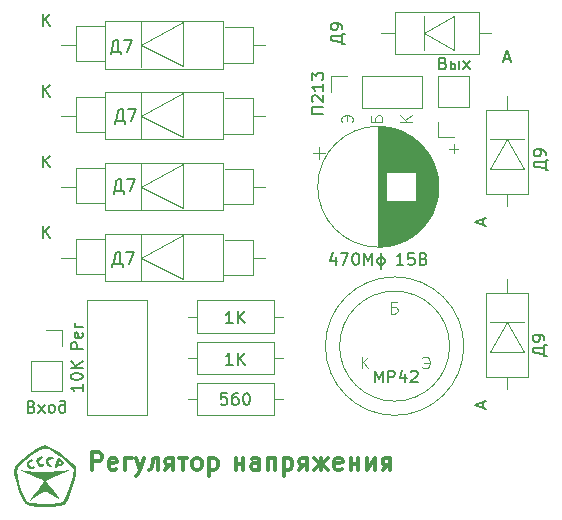
<source format=gbr>
%TF.GenerationSoftware,KiCad,Pcbnew,(7.0.0-0)*%
%TF.CreationDate,2024-03-05T17:03:47+03:00*%
%TF.ProjectId,germanium-power-src,6765726d-616e-4697-956d-2d706f776572,rev?*%
%TF.SameCoordinates,Original*%
%TF.FileFunction,Legend,Top*%
%TF.FilePolarity,Positive*%
%FSLAX46Y46*%
G04 Gerber Fmt 4.6, Leading zero omitted, Abs format (unit mm)*
G04 Created by KiCad (PCBNEW (7.0.0-0)) date 2024-03-05 17:03:47*
%MOMM*%
%LPD*%
G01*
G04 APERTURE LIST*
%ADD10C,0.300000*%
%ADD11C,0.150000*%
%ADD12C,0.100000*%
%ADD13C,0.120000*%
G04 APERTURE END LIST*
D10*
X113357142Y-119473571D02*
X113357142Y-117973571D01*
X113357142Y-117973571D02*
X113928571Y-117973571D01*
X113928571Y-117973571D02*
X114071428Y-118045000D01*
X114071428Y-118045000D02*
X114142857Y-118116428D01*
X114142857Y-118116428D02*
X114214285Y-118259285D01*
X114214285Y-118259285D02*
X114214285Y-118473571D01*
X114214285Y-118473571D02*
X114142857Y-118616428D01*
X114142857Y-118616428D02*
X114071428Y-118687857D01*
X114071428Y-118687857D02*
X113928571Y-118759285D01*
X113928571Y-118759285D02*
X113357142Y-118759285D01*
X115428571Y-119402142D02*
X115285714Y-119473571D01*
X115285714Y-119473571D02*
X115000000Y-119473571D01*
X115000000Y-119473571D02*
X114857142Y-119402142D01*
X114857142Y-119402142D02*
X114785714Y-119259285D01*
X114785714Y-119259285D02*
X114785714Y-118687857D01*
X114785714Y-118687857D02*
X114857142Y-118545000D01*
X114857142Y-118545000D02*
X115000000Y-118473571D01*
X115000000Y-118473571D02*
X115285714Y-118473571D01*
X115285714Y-118473571D02*
X115428571Y-118545000D01*
X115428571Y-118545000D02*
X115500000Y-118687857D01*
X115500000Y-118687857D02*
X115500000Y-118830714D01*
X115500000Y-118830714D02*
X114785714Y-118973571D01*
X116142856Y-119473571D02*
X116142856Y-118473571D01*
X116142856Y-118473571D02*
X116714285Y-118473571D01*
X117071428Y-118473571D02*
X117428571Y-119473571D01*
X117785714Y-118473571D02*
X117428571Y-119473571D01*
X117428571Y-119473571D02*
X117285714Y-119830714D01*
X117285714Y-119830714D02*
X117214285Y-119902142D01*
X117214285Y-119902142D02*
X117071428Y-119973571D01*
X118928571Y-119473571D02*
X118928571Y-118473571D01*
X118928571Y-118473571D02*
X118714285Y-118473571D01*
X118714285Y-118473571D02*
X118571428Y-118545000D01*
X118571428Y-118545000D02*
X118500000Y-118687857D01*
X118500000Y-118687857D02*
X118428571Y-119259285D01*
X118428571Y-119259285D02*
X118357142Y-119402142D01*
X118357142Y-119402142D02*
X118214285Y-119473571D01*
X119928571Y-119045000D02*
X119571428Y-119473571D01*
X120214285Y-119473571D02*
X120214285Y-118473571D01*
X120214285Y-118473571D02*
X119785714Y-118473571D01*
X119785714Y-118473571D02*
X119642856Y-118545000D01*
X119642856Y-118545000D02*
X119571428Y-118687857D01*
X119571428Y-118687857D02*
X119571428Y-118830714D01*
X119571428Y-118830714D02*
X119642856Y-118973571D01*
X119642856Y-118973571D02*
X119785714Y-119045000D01*
X119785714Y-119045000D02*
X120214285Y-119045000D01*
X120714285Y-118473571D02*
X121428570Y-118473571D01*
X121071428Y-118473571D02*
X121071428Y-119473571D01*
X122142856Y-119473571D02*
X121999999Y-119402142D01*
X121999999Y-119402142D02*
X121928570Y-119330714D01*
X121928570Y-119330714D02*
X121857142Y-119187857D01*
X121857142Y-119187857D02*
X121857142Y-118759285D01*
X121857142Y-118759285D02*
X121928570Y-118616428D01*
X121928570Y-118616428D02*
X121999999Y-118545000D01*
X121999999Y-118545000D02*
X122142856Y-118473571D01*
X122142856Y-118473571D02*
X122357142Y-118473571D01*
X122357142Y-118473571D02*
X122499999Y-118545000D01*
X122499999Y-118545000D02*
X122571428Y-118616428D01*
X122571428Y-118616428D02*
X122642856Y-118759285D01*
X122642856Y-118759285D02*
X122642856Y-119187857D01*
X122642856Y-119187857D02*
X122571428Y-119330714D01*
X122571428Y-119330714D02*
X122499999Y-119402142D01*
X122499999Y-119402142D02*
X122357142Y-119473571D01*
X122357142Y-119473571D02*
X122142856Y-119473571D01*
X123285713Y-118473571D02*
X123285713Y-119973571D01*
X123285713Y-118545000D02*
X123428571Y-118473571D01*
X123428571Y-118473571D02*
X123714285Y-118473571D01*
X123714285Y-118473571D02*
X123857142Y-118545000D01*
X123857142Y-118545000D02*
X123928571Y-118616428D01*
X123928571Y-118616428D02*
X123999999Y-118759285D01*
X123999999Y-118759285D02*
X123999999Y-119187857D01*
X123999999Y-119187857D02*
X123928571Y-119330714D01*
X123928571Y-119330714D02*
X123857142Y-119402142D01*
X123857142Y-119402142D02*
X123714285Y-119473571D01*
X123714285Y-119473571D02*
X123428571Y-119473571D01*
X123428571Y-119473571D02*
X123285713Y-119402142D01*
X125542856Y-118973571D02*
X126185714Y-118973571D01*
X125542856Y-118473571D02*
X125542856Y-119473571D01*
X126185714Y-118473571D02*
X126185714Y-119473571D01*
X127542857Y-119473571D02*
X127542857Y-118687857D01*
X127542857Y-118687857D02*
X127471428Y-118545000D01*
X127471428Y-118545000D02*
X127328571Y-118473571D01*
X127328571Y-118473571D02*
X127042857Y-118473571D01*
X127042857Y-118473571D02*
X126899999Y-118545000D01*
X127542857Y-119402142D02*
X127399999Y-119473571D01*
X127399999Y-119473571D02*
X127042857Y-119473571D01*
X127042857Y-119473571D02*
X126899999Y-119402142D01*
X126899999Y-119402142D02*
X126828571Y-119259285D01*
X126828571Y-119259285D02*
X126828571Y-119116428D01*
X126828571Y-119116428D02*
X126899999Y-118973571D01*
X126899999Y-118973571D02*
X127042857Y-118902142D01*
X127042857Y-118902142D02*
X127399999Y-118902142D01*
X127399999Y-118902142D02*
X127542857Y-118830714D01*
X128257142Y-119473571D02*
X128257142Y-118473571D01*
X128257142Y-118473571D02*
X128900000Y-118473571D01*
X128900000Y-118473571D02*
X128900000Y-119473571D01*
X129614285Y-118473571D02*
X129614285Y-119973571D01*
X129614285Y-118545000D02*
X129757143Y-118473571D01*
X129757143Y-118473571D02*
X130042857Y-118473571D01*
X130042857Y-118473571D02*
X130185714Y-118545000D01*
X130185714Y-118545000D02*
X130257143Y-118616428D01*
X130257143Y-118616428D02*
X130328571Y-118759285D01*
X130328571Y-118759285D02*
X130328571Y-119187857D01*
X130328571Y-119187857D02*
X130257143Y-119330714D01*
X130257143Y-119330714D02*
X130185714Y-119402142D01*
X130185714Y-119402142D02*
X130042857Y-119473571D01*
X130042857Y-119473571D02*
X129757143Y-119473571D01*
X129757143Y-119473571D02*
X129614285Y-119402142D01*
X131257143Y-119045000D02*
X130900000Y-119473571D01*
X131542857Y-119473571D02*
X131542857Y-118473571D01*
X131542857Y-118473571D02*
X131114286Y-118473571D01*
X131114286Y-118473571D02*
X130971428Y-118545000D01*
X130971428Y-118545000D02*
X130900000Y-118687857D01*
X130900000Y-118687857D02*
X130900000Y-118830714D01*
X130900000Y-118830714D02*
X130971428Y-118973571D01*
X130971428Y-118973571D02*
X131114286Y-119045000D01*
X131114286Y-119045000D02*
X131542857Y-119045000D01*
X132685714Y-118973571D02*
X132185714Y-119473571D01*
X132757142Y-119045000D02*
X132185714Y-118473571D01*
X132757142Y-118473571D02*
X132757142Y-119473571D01*
X133328571Y-119473571D02*
X132828571Y-118973571D01*
X133328571Y-118473571D02*
X132757142Y-119045000D01*
X134542857Y-119402142D02*
X134400000Y-119473571D01*
X134400000Y-119473571D02*
X134114286Y-119473571D01*
X134114286Y-119473571D02*
X133971428Y-119402142D01*
X133971428Y-119402142D02*
X133900000Y-119259285D01*
X133900000Y-119259285D02*
X133900000Y-118687857D01*
X133900000Y-118687857D02*
X133971428Y-118545000D01*
X133971428Y-118545000D02*
X134114286Y-118473571D01*
X134114286Y-118473571D02*
X134400000Y-118473571D01*
X134400000Y-118473571D02*
X134542857Y-118545000D01*
X134542857Y-118545000D02*
X134614286Y-118687857D01*
X134614286Y-118687857D02*
X134614286Y-118830714D01*
X134614286Y-118830714D02*
X133900000Y-118973571D01*
X135257142Y-118973571D02*
X135900000Y-118973571D01*
X135257142Y-118473571D02*
X135257142Y-119473571D01*
X135900000Y-118473571D02*
X135900000Y-119473571D01*
X136614285Y-118473571D02*
X136614285Y-119473571D01*
X136614285Y-119473571D02*
X137328571Y-118473571D01*
X137328571Y-118473571D02*
X137328571Y-119473571D01*
X138328571Y-119045000D02*
X137971428Y-119473571D01*
X138614285Y-119473571D02*
X138614285Y-118473571D01*
X138614285Y-118473571D02*
X138185714Y-118473571D01*
X138185714Y-118473571D02*
X138042856Y-118545000D01*
X138042856Y-118545000D02*
X137971428Y-118687857D01*
X137971428Y-118687857D02*
X137971428Y-118830714D01*
X137971428Y-118830714D02*
X138042856Y-118973571D01*
X138042856Y-118973571D02*
X138185714Y-119045000D01*
X138185714Y-119045000D02*
X138614285Y-119045000D01*
D11*
%TO.C,RV1*%
X112567380Y-112236190D02*
X112567380Y-112807618D01*
X112567380Y-112521904D02*
X111567380Y-112521904D01*
X111567380Y-112521904D02*
X111710238Y-112617142D01*
X111710238Y-112617142D02*
X111805476Y-112712380D01*
X111805476Y-112712380D02*
X111853095Y-112807618D01*
X111567380Y-111617142D02*
X111567380Y-111521904D01*
X111567380Y-111521904D02*
X111615000Y-111426666D01*
X111615000Y-111426666D02*
X111662619Y-111379047D01*
X111662619Y-111379047D02*
X111757857Y-111331428D01*
X111757857Y-111331428D02*
X111948333Y-111283809D01*
X111948333Y-111283809D02*
X112186428Y-111283809D01*
X112186428Y-111283809D02*
X112376904Y-111331428D01*
X112376904Y-111331428D02*
X112472142Y-111379047D01*
X112472142Y-111379047D02*
X112519761Y-111426666D01*
X112519761Y-111426666D02*
X112567380Y-111521904D01*
X112567380Y-111521904D02*
X112567380Y-111617142D01*
X112567380Y-111617142D02*
X112519761Y-111712380D01*
X112519761Y-111712380D02*
X112472142Y-111759999D01*
X112472142Y-111759999D02*
X112376904Y-111807618D01*
X112376904Y-111807618D02*
X112186428Y-111855237D01*
X112186428Y-111855237D02*
X111948333Y-111855237D01*
X111948333Y-111855237D02*
X111757857Y-111807618D01*
X111757857Y-111807618D02*
X111662619Y-111759999D01*
X111662619Y-111759999D02*
X111615000Y-111712380D01*
X111615000Y-111712380D02*
X111567380Y-111617142D01*
X112567380Y-110855237D02*
X111567380Y-110855237D01*
X112567380Y-110283809D02*
X111995952Y-110712380D01*
X111567380Y-110283809D02*
X112138809Y-110855237D01*
X112567380Y-109255237D02*
X111567380Y-109255237D01*
X111567380Y-109255237D02*
X111567380Y-108874285D01*
X111567380Y-108874285D02*
X111615000Y-108779047D01*
X111615000Y-108779047D02*
X111662619Y-108731428D01*
X111662619Y-108731428D02*
X111757857Y-108683809D01*
X111757857Y-108683809D02*
X111900714Y-108683809D01*
X111900714Y-108683809D02*
X111995952Y-108731428D01*
X111995952Y-108731428D02*
X112043571Y-108779047D01*
X112043571Y-108779047D02*
X112091190Y-108874285D01*
X112091190Y-108874285D02*
X112091190Y-109255237D01*
X112519761Y-107874285D02*
X112567380Y-107969523D01*
X112567380Y-107969523D02*
X112567380Y-108159999D01*
X112567380Y-108159999D02*
X112519761Y-108255237D01*
X112519761Y-108255237D02*
X112424523Y-108302856D01*
X112424523Y-108302856D02*
X112043571Y-108302856D01*
X112043571Y-108302856D02*
X111948333Y-108255237D01*
X111948333Y-108255237D02*
X111900714Y-108159999D01*
X111900714Y-108159999D02*
X111900714Y-107969523D01*
X111900714Y-107969523D02*
X111948333Y-107874285D01*
X111948333Y-107874285D02*
X112043571Y-107826666D01*
X112043571Y-107826666D02*
X112138809Y-107826666D01*
X112138809Y-107826666D02*
X112234047Y-108302856D01*
X112567380Y-107398094D02*
X111900714Y-107398094D01*
X111900714Y-107398094D02*
X111900714Y-107017142D01*
%TO.C,D3*%
X115802381Y-84305476D02*
X115802381Y-84067380D01*
X115802381Y-84067380D02*
X114945238Y-84067380D01*
X114945238Y-84067380D02*
X114945238Y-84305476D01*
X115611904Y-84067380D02*
X115611904Y-83067380D01*
X115611904Y-83067380D02*
X115373809Y-83067380D01*
X115373809Y-83067380D02*
X115278571Y-83115000D01*
X115278571Y-83115000D02*
X115230952Y-83162619D01*
X115230952Y-83162619D02*
X115183333Y-83257857D01*
X115183333Y-83257857D02*
X115088095Y-84067380D01*
X116088095Y-83067380D02*
X116754761Y-83067380D01*
X116754761Y-83067380D02*
X116326190Y-84067380D01*
X109238095Y-81867380D02*
X109238095Y-80867380D01*
X109809523Y-81867380D02*
X109380952Y-81295952D01*
X109809523Y-80867380D02*
X109238095Y-81438809D01*
%TO.C,D4*%
X116152381Y-90205476D02*
X116152381Y-89967380D01*
X116152381Y-89967380D02*
X115295238Y-89967380D01*
X115295238Y-89967380D02*
X115295238Y-90205476D01*
X115961904Y-89967380D02*
X115961904Y-88967380D01*
X115961904Y-88967380D02*
X115723809Y-88967380D01*
X115723809Y-88967380D02*
X115628571Y-89015000D01*
X115628571Y-89015000D02*
X115580952Y-89062619D01*
X115580952Y-89062619D02*
X115533333Y-89157857D01*
X115533333Y-89157857D02*
X115438095Y-89967380D01*
X116438095Y-88967380D02*
X117104761Y-88967380D01*
X117104761Y-88967380D02*
X116676190Y-89967380D01*
X109238095Y-87867380D02*
X109238095Y-86867380D01*
X109809523Y-87867380D02*
X109380952Y-87295952D01*
X109809523Y-86867380D02*
X109238095Y-87438809D01*
%TO.C,R3*%
X125285714Y-107067380D02*
X124714286Y-107067380D01*
X125000000Y-107067380D02*
X125000000Y-106067380D01*
X125000000Y-106067380D02*
X124904762Y-106210238D01*
X124904762Y-106210238D02*
X124809524Y-106305476D01*
X124809524Y-106305476D02*
X124714286Y-106353095D01*
X125714286Y-107067380D02*
X125714286Y-106067380D01*
X126285714Y-107067380D02*
X125857143Y-106495952D01*
X126285714Y-106067380D02*
X125714286Y-106638809D01*
%TO.C,D1*%
X151905476Y-108947619D02*
X151667380Y-108947619D01*
X151667380Y-108947619D02*
X151667380Y-109804761D01*
X151667380Y-109804761D02*
X151905476Y-109804761D01*
X151667380Y-109138095D02*
X150667380Y-109138095D01*
X150667380Y-109138095D02*
X150667380Y-109376190D01*
X150667380Y-109376190D02*
X150715000Y-109471428D01*
X150715000Y-109471428D02*
X150762619Y-109519047D01*
X150762619Y-109519047D02*
X150857857Y-109566666D01*
X150857857Y-109566666D02*
X151667380Y-109661904D01*
X151667380Y-108519047D02*
X151667380Y-108328571D01*
X151667380Y-108328571D02*
X151619761Y-108233333D01*
X151619761Y-108233333D02*
X151572142Y-108185714D01*
X151572142Y-108185714D02*
X151429285Y-108090476D01*
X151429285Y-108090476D02*
X151238809Y-108042857D01*
X151238809Y-108042857D02*
X150857857Y-108042857D01*
X150857857Y-108042857D02*
X150762619Y-108090476D01*
X150762619Y-108090476D02*
X150715000Y-108138095D01*
X150715000Y-108138095D02*
X150667380Y-108233333D01*
X150667380Y-108233333D02*
X150667380Y-108423809D01*
X150667380Y-108423809D02*
X150715000Y-108519047D01*
X150715000Y-108519047D02*
X150762619Y-108566666D01*
X150762619Y-108566666D02*
X150857857Y-108614285D01*
X150857857Y-108614285D02*
X151095952Y-108614285D01*
X151095952Y-108614285D02*
X151191190Y-108566666D01*
X151191190Y-108566666D02*
X151238809Y-108519047D01*
X151238809Y-108519047D02*
X151286428Y-108423809D01*
X151286428Y-108423809D02*
X151286428Y-108233333D01*
X151286428Y-108233333D02*
X151238809Y-108138095D01*
X151238809Y-108138095D02*
X151191190Y-108090476D01*
X151191190Y-108090476D02*
X151095952Y-108042857D01*
X146481666Y-114238094D02*
X146481666Y-113761904D01*
X146767380Y-114333332D02*
X145767380Y-113999999D01*
X145767380Y-113999999D02*
X146767380Y-113666666D01*
%TO.C,J1*%
X108261904Y-114113571D02*
X108404761Y-114161190D01*
X108404761Y-114161190D02*
X108452380Y-114208809D01*
X108452380Y-114208809D02*
X108499999Y-114304047D01*
X108499999Y-114304047D02*
X108499999Y-114446904D01*
X108499999Y-114446904D02*
X108452380Y-114542142D01*
X108452380Y-114542142D02*
X108404761Y-114589761D01*
X108404761Y-114589761D02*
X108309523Y-114637380D01*
X108309523Y-114637380D02*
X107928571Y-114637380D01*
X107928571Y-114637380D02*
X107928571Y-113637380D01*
X107928571Y-113637380D02*
X108261904Y-113637380D01*
X108261904Y-113637380D02*
X108357142Y-113685000D01*
X108357142Y-113685000D02*
X108404761Y-113732619D01*
X108404761Y-113732619D02*
X108452380Y-113827857D01*
X108452380Y-113827857D02*
X108452380Y-113923095D01*
X108452380Y-113923095D02*
X108404761Y-114018333D01*
X108404761Y-114018333D02*
X108357142Y-114065952D01*
X108357142Y-114065952D02*
X108261904Y-114113571D01*
X108261904Y-114113571D02*
X107928571Y-114113571D01*
X108833333Y-114637380D02*
X109357142Y-113970714D01*
X108833333Y-113970714D02*
X109357142Y-114637380D01*
X109880952Y-114637380D02*
X109785714Y-114589761D01*
X109785714Y-114589761D02*
X109738095Y-114542142D01*
X109738095Y-114542142D02*
X109690476Y-114446904D01*
X109690476Y-114446904D02*
X109690476Y-114161190D01*
X109690476Y-114161190D02*
X109738095Y-114065952D01*
X109738095Y-114065952D02*
X109785714Y-114018333D01*
X109785714Y-114018333D02*
X109880952Y-113970714D01*
X109880952Y-113970714D02*
X110023809Y-113970714D01*
X110023809Y-113970714D02*
X110119047Y-114018333D01*
X110119047Y-114018333D02*
X110166666Y-114065952D01*
X110166666Y-114065952D02*
X110214285Y-114161190D01*
X110214285Y-114161190D02*
X110214285Y-114446904D01*
X110214285Y-114446904D02*
X110166666Y-114542142D01*
X110166666Y-114542142D02*
X110119047Y-114589761D01*
X110119047Y-114589761D02*
X110023809Y-114637380D01*
X110023809Y-114637380D02*
X109880952Y-114637380D01*
X111119047Y-114065952D02*
X111071428Y-114018333D01*
X111071428Y-114018333D02*
X110976190Y-113970714D01*
X110976190Y-113970714D02*
X110785714Y-113970714D01*
X110785714Y-113970714D02*
X110690476Y-114018333D01*
X110690476Y-114018333D02*
X110642857Y-114065952D01*
X110642857Y-114065952D02*
X110595238Y-114161190D01*
X110595238Y-114161190D02*
X110595238Y-114446904D01*
X110595238Y-114446904D02*
X110642857Y-114542142D01*
X110642857Y-114542142D02*
X110690476Y-114589761D01*
X110690476Y-114589761D02*
X110785714Y-114637380D01*
X110785714Y-114637380D02*
X110928571Y-114637380D01*
X110928571Y-114637380D02*
X111023809Y-114589761D01*
X111023809Y-114589761D02*
X111071428Y-114542142D01*
X111071428Y-114542142D02*
X111119047Y-114446904D01*
X111119047Y-114446904D02*
X111119047Y-113827857D01*
X111119047Y-113827857D02*
X111071428Y-113732619D01*
X111071428Y-113732619D02*
X111023809Y-113685000D01*
X111023809Y-113685000D02*
X110928571Y-113637380D01*
X110928571Y-113637380D02*
X110738095Y-113637380D01*
X110738095Y-113637380D02*
X110642857Y-113685000D01*
%TO.C,D6*%
X115952381Y-102305476D02*
X115952381Y-102067380D01*
X115952381Y-102067380D02*
X115095238Y-102067380D01*
X115095238Y-102067380D02*
X115095238Y-102305476D01*
X115761904Y-102067380D02*
X115761904Y-101067380D01*
X115761904Y-101067380D02*
X115523809Y-101067380D01*
X115523809Y-101067380D02*
X115428571Y-101115000D01*
X115428571Y-101115000D02*
X115380952Y-101162619D01*
X115380952Y-101162619D02*
X115333333Y-101257857D01*
X115333333Y-101257857D02*
X115238095Y-102067380D01*
X116238095Y-101067380D02*
X116904761Y-101067380D01*
X116904761Y-101067380D02*
X116476190Y-102067380D01*
X109238095Y-99867380D02*
X109238095Y-98867380D01*
X109809523Y-99867380D02*
X109380952Y-99295952D01*
X109809523Y-98867380D02*
X109238095Y-99438809D01*
%TO.C,R1*%
X124785714Y-112967380D02*
X124309524Y-112967380D01*
X124309524Y-112967380D02*
X124261905Y-113443571D01*
X124261905Y-113443571D02*
X124309524Y-113395952D01*
X124309524Y-113395952D02*
X124404762Y-113348333D01*
X124404762Y-113348333D02*
X124642857Y-113348333D01*
X124642857Y-113348333D02*
X124738095Y-113395952D01*
X124738095Y-113395952D02*
X124785714Y-113443571D01*
X124785714Y-113443571D02*
X124833333Y-113538809D01*
X124833333Y-113538809D02*
X124833333Y-113776904D01*
X124833333Y-113776904D02*
X124785714Y-113872142D01*
X124785714Y-113872142D02*
X124738095Y-113919761D01*
X124738095Y-113919761D02*
X124642857Y-113967380D01*
X124642857Y-113967380D02*
X124404762Y-113967380D01*
X124404762Y-113967380D02*
X124309524Y-113919761D01*
X124309524Y-113919761D02*
X124261905Y-113872142D01*
X125690476Y-112967380D02*
X125500000Y-112967380D01*
X125500000Y-112967380D02*
X125404762Y-113015000D01*
X125404762Y-113015000D02*
X125357143Y-113062619D01*
X125357143Y-113062619D02*
X125261905Y-113205476D01*
X125261905Y-113205476D02*
X125214286Y-113395952D01*
X125214286Y-113395952D02*
X125214286Y-113776904D01*
X125214286Y-113776904D02*
X125261905Y-113872142D01*
X125261905Y-113872142D02*
X125309524Y-113919761D01*
X125309524Y-113919761D02*
X125404762Y-113967380D01*
X125404762Y-113967380D02*
X125595238Y-113967380D01*
X125595238Y-113967380D02*
X125690476Y-113919761D01*
X125690476Y-113919761D02*
X125738095Y-113872142D01*
X125738095Y-113872142D02*
X125785714Y-113776904D01*
X125785714Y-113776904D02*
X125785714Y-113538809D01*
X125785714Y-113538809D02*
X125738095Y-113443571D01*
X125738095Y-113443571D02*
X125690476Y-113395952D01*
X125690476Y-113395952D02*
X125595238Y-113348333D01*
X125595238Y-113348333D02*
X125404762Y-113348333D01*
X125404762Y-113348333D02*
X125309524Y-113395952D01*
X125309524Y-113395952D02*
X125261905Y-113443571D01*
X125261905Y-113443571D02*
X125214286Y-113538809D01*
X126404762Y-112967380D02*
X126500000Y-112967380D01*
X126500000Y-112967380D02*
X126595238Y-113015000D01*
X126595238Y-113015000D02*
X126642857Y-113062619D01*
X126642857Y-113062619D02*
X126690476Y-113157857D01*
X126690476Y-113157857D02*
X126738095Y-113348333D01*
X126738095Y-113348333D02*
X126738095Y-113586428D01*
X126738095Y-113586428D02*
X126690476Y-113776904D01*
X126690476Y-113776904D02*
X126642857Y-113872142D01*
X126642857Y-113872142D02*
X126595238Y-113919761D01*
X126595238Y-113919761D02*
X126500000Y-113967380D01*
X126500000Y-113967380D02*
X126404762Y-113967380D01*
X126404762Y-113967380D02*
X126309524Y-113919761D01*
X126309524Y-113919761D02*
X126261905Y-113872142D01*
X126261905Y-113872142D02*
X126214286Y-113776904D01*
X126214286Y-113776904D02*
X126166667Y-113586428D01*
X126166667Y-113586428D02*
X126166667Y-113348333D01*
X126166667Y-113348333D02*
X126214286Y-113157857D01*
X126214286Y-113157857D02*
X126261905Y-113062619D01*
X126261905Y-113062619D02*
X126309524Y-113015000D01*
X126309524Y-113015000D02*
X126404762Y-112967380D01*
%TO.C,R2*%
X125285714Y-110567380D02*
X124714286Y-110567380D01*
X125000000Y-110567380D02*
X125000000Y-109567380D01*
X125000000Y-109567380D02*
X124904762Y-109710238D01*
X124904762Y-109710238D02*
X124809524Y-109805476D01*
X124809524Y-109805476D02*
X124714286Y-109853095D01*
X125714286Y-110567380D02*
X125714286Y-109567380D01*
X126285714Y-110567380D02*
X125857143Y-109995952D01*
X126285714Y-109567380D02*
X125714286Y-110138809D01*
%TO.C,D2*%
X134805476Y-82547619D02*
X134567380Y-82547619D01*
X134567380Y-82547619D02*
X134567380Y-83404761D01*
X134567380Y-83404761D02*
X134805476Y-83404761D01*
X134567380Y-82738095D02*
X133567380Y-82738095D01*
X133567380Y-82738095D02*
X133567380Y-82976190D01*
X133567380Y-82976190D02*
X133615000Y-83071428D01*
X133615000Y-83071428D02*
X133662619Y-83119047D01*
X133662619Y-83119047D02*
X133757857Y-83166666D01*
X133757857Y-83166666D02*
X134567380Y-83261904D01*
X134567380Y-82119047D02*
X134567380Y-81928571D01*
X134567380Y-81928571D02*
X134519761Y-81833333D01*
X134519761Y-81833333D02*
X134472142Y-81785714D01*
X134472142Y-81785714D02*
X134329285Y-81690476D01*
X134329285Y-81690476D02*
X134138809Y-81642857D01*
X134138809Y-81642857D02*
X133757857Y-81642857D01*
X133757857Y-81642857D02*
X133662619Y-81690476D01*
X133662619Y-81690476D02*
X133615000Y-81738095D01*
X133615000Y-81738095D02*
X133567380Y-81833333D01*
X133567380Y-81833333D02*
X133567380Y-82023809D01*
X133567380Y-82023809D02*
X133615000Y-82119047D01*
X133615000Y-82119047D02*
X133662619Y-82166666D01*
X133662619Y-82166666D02*
X133757857Y-82214285D01*
X133757857Y-82214285D02*
X133995952Y-82214285D01*
X133995952Y-82214285D02*
X134091190Y-82166666D01*
X134091190Y-82166666D02*
X134138809Y-82119047D01*
X134138809Y-82119047D02*
X134186428Y-82023809D01*
X134186428Y-82023809D02*
X134186428Y-81833333D01*
X134186428Y-81833333D02*
X134138809Y-81738095D01*
X134138809Y-81738095D02*
X134091190Y-81690476D01*
X134091190Y-81690476D02*
X133995952Y-81642857D01*
X148261905Y-84681666D02*
X148738095Y-84681666D01*
X148166667Y-84967380D02*
X148500000Y-83967380D01*
X148500000Y-83967380D02*
X148833333Y-84967380D01*
%TO.C,J2*%
X132967380Y-89314285D02*
X131967380Y-89314285D01*
X131967380Y-89314285D02*
X131967380Y-88742857D01*
X131967380Y-88742857D02*
X132967380Y-88742857D01*
X132062619Y-88314285D02*
X132015000Y-88266666D01*
X132015000Y-88266666D02*
X131967380Y-88171428D01*
X131967380Y-88171428D02*
X131967380Y-87933333D01*
X131967380Y-87933333D02*
X132015000Y-87838095D01*
X132015000Y-87838095D02*
X132062619Y-87790476D01*
X132062619Y-87790476D02*
X132157857Y-87742857D01*
X132157857Y-87742857D02*
X132253095Y-87742857D01*
X132253095Y-87742857D02*
X132395952Y-87790476D01*
X132395952Y-87790476D02*
X132967380Y-88361904D01*
X132967380Y-88361904D02*
X132967380Y-87742857D01*
X132967380Y-86790476D02*
X132967380Y-87361904D01*
X132967380Y-87076190D02*
X131967380Y-87076190D01*
X131967380Y-87076190D02*
X132110238Y-87171428D01*
X132110238Y-87171428D02*
X132205476Y-87266666D01*
X132205476Y-87266666D02*
X132253095Y-87361904D01*
X131967380Y-86457142D02*
X131967380Y-85838095D01*
X131967380Y-85838095D02*
X132348333Y-86171428D01*
X132348333Y-86171428D02*
X132348333Y-86028571D01*
X132348333Y-86028571D02*
X132395952Y-85933333D01*
X132395952Y-85933333D02*
X132443571Y-85885714D01*
X132443571Y-85885714D02*
X132538809Y-85838095D01*
X132538809Y-85838095D02*
X132776904Y-85838095D01*
X132776904Y-85838095D02*
X132872142Y-85885714D01*
X132872142Y-85885714D02*
X132919761Y-85933333D01*
X132919761Y-85933333D02*
X132967380Y-86028571D01*
X132967380Y-86028571D02*
X132967380Y-86314285D01*
X132967380Y-86314285D02*
X132919761Y-86409523D01*
X132919761Y-86409523D02*
X132872142Y-86457142D01*
D12*
X136952380Y-89535714D02*
X136952380Y-90011904D01*
X136952380Y-90011904D02*
X137952380Y-90011904D01*
X137952380Y-90011904D02*
X137952380Y-89726190D01*
X137952380Y-89726190D02*
X137904761Y-89583333D01*
X137904761Y-89583333D02*
X137809523Y-89488095D01*
X137809523Y-89488095D02*
X137714285Y-89440476D01*
X137714285Y-89440476D02*
X137571428Y-89440476D01*
X137571428Y-89440476D02*
X137476190Y-89488095D01*
X137476190Y-89488095D02*
X137380952Y-89583333D01*
X137380952Y-89583333D02*
X137333333Y-89726190D01*
X137333333Y-89726190D02*
X137333333Y-90011904D01*
X140452380Y-90011904D02*
X139452380Y-90011904D01*
X140452380Y-89440476D02*
X139880952Y-89869047D01*
X139452380Y-89440476D02*
X140023809Y-90011904D01*
X134976190Y-89440476D02*
X134976190Y-89916666D01*
X134547619Y-90059523D02*
X134500000Y-90011904D01*
X134500000Y-90011904D02*
X134452380Y-89869047D01*
X134452380Y-89869047D02*
X134452380Y-89773809D01*
X134452380Y-89773809D02*
X134500000Y-89630952D01*
X134500000Y-89630952D02*
X134595238Y-89535714D01*
X134595238Y-89535714D02*
X134690476Y-89488095D01*
X134690476Y-89488095D02*
X134880952Y-89440476D01*
X134880952Y-89440476D02*
X135023809Y-89440476D01*
X135023809Y-89440476D02*
X135214285Y-89488095D01*
X135214285Y-89488095D02*
X135309523Y-89535714D01*
X135309523Y-89535714D02*
X135404761Y-89630952D01*
X135404761Y-89630952D02*
X135452380Y-89773809D01*
X135452380Y-89773809D02*
X135452380Y-89869047D01*
X135452380Y-89869047D02*
X135404761Y-90011904D01*
X135404761Y-90011904D02*
X135357142Y-90059523D01*
D11*
%TO.C,J3*%
X143095238Y-85043571D02*
X143238095Y-85091190D01*
X143238095Y-85091190D02*
X143285714Y-85138809D01*
X143285714Y-85138809D02*
X143333333Y-85234047D01*
X143333333Y-85234047D02*
X143333333Y-85376904D01*
X143333333Y-85376904D02*
X143285714Y-85472142D01*
X143285714Y-85472142D02*
X143238095Y-85519761D01*
X143238095Y-85519761D02*
X143142857Y-85567380D01*
X143142857Y-85567380D02*
X142761905Y-85567380D01*
X142761905Y-85567380D02*
X142761905Y-84567380D01*
X142761905Y-84567380D02*
X143095238Y-84567380D01*
X143095238Y-84567380D02*
X143190476Y-84615000D01*
X143190476Y-84615000D02*
X143238095Y-84662619D01*
X143238095Y-84662619D02*
X143285714Y-84757857D01*
X143285714Y-84757857D02*
X143285714Y-84853095D01*
X143285714Y-84853095D02*
X143238095Y-84948333D01*
X143238095Y-84948333D02*
X143190476Y-84995952D01*
X143190476Y-84995952D02*
X143095238Y-85043571D01*
X143095238Y-85043571D02*
X142761905Y-85043571D01*
X144428571Y-84900714D02*
X144428571Y-85567380D01*
X143761905Y-84900714D02*
X143761905Y-85567380D01*
X143761905Y-85567380D02*
X144000000Y-85567380D01*
X144000000Y-85567380D02*
X144095238Y-85519761D01*
X144095238Y-85519761D02*
X144142857Y-85424523D01*
X144142857Y-85424523D02*
X144142857Y-85281666D01*
X144142857Y-85281666D02*
X144095238Y-85186428D01*
X144095238Y-85186428D02*
X144000000Y-85138809D01*
X144000000Y-85138809D02*
X143761905Y-85138809D01*
X144809524Y-85567380D02*
X145333333Y-84900714D01*
X144809524Y-84900714D02*
X145333333Y-85567380D01*
D12*
X144361904Y-92298571D02*
X143600000Y-92298571D01*
X143980952Y-91917619D02*
X143980952Y-92679523D01*
D11*
%TO.C,D7*%
X152005476Y-93247619D02*
X151767380Y-93247619D01*
X151767380Y-93247619D02*
X151767380Y-94104761D01*
X151767380Y-94104761D02*
X152005476Y-94104761D01*
X151767380Y-93438095D02*
X150767380Y-93438095D01*
X150767380Y-93438095D02*
X150767380Y-93676190D01*
X150767380Y-93676190D02*
X150815000Y-93771428D01*
X150815000Y-93771428D02*
X150862619Y-93819047D01*
X150862619Y-93819047D02*
X150957857Y-93866666D01*
X150957857Y-93866666D02*
X151767380Y-93961904D01*
X151767380Y-92819047D02*
X151767380Y-92628571D01*
X151767380Y-92628571D02*
X151719761Y-92533333D01*
X151719761Y-92533333D02*
X151672142Y-92485714D01*
X151672142Y-92485714D02*
X151529285Y-92390476D01*
X151529285Y-92390476D02*
X151338809Y-92342857D01*
X151338809Y-92342857D02*
X150957857Y-92342857D01*
X150957857Y-92342857D02*
X150862619Y-92390476D01*
X150862619Y-92390476D02*
X150815000Y-92438095D01*
X150815000Y-92438095D02*
X150767380Y-92533333D01*
X150767380Y-92533333D02*
X150767380Y-92723809D01*
X150767380Y-92723809D02*
X150815000Y-92819047D01*
X150815000Y-92819047D02*
X150862619Y-92866666D01*
X150862619Y-92866666D02*
X150957857Y-92914285D01*
X150957857Y-92914285D02*
X151195952Y-92914285D01*
X151195952Y-92914285D02*
X151291190Y-92866666D01*
X151291190Y-92866666D02*
X151338809Y-92819047D01*
X151338809Y-92819047D02*
X151386428Y-92723809D01*
X151386428Y-92723809D02*
X151386428Y-92533333D01*
X151386428Y-92533333D02*
X151338809Y-92438095D01*
X151338809Y-92438095D02*
X151291190Y-92390476D01*
X151291190Y-92390476D02*
X151195952Y-92342857D01*
X146481666Y-98738094D02*
X146481666Y-98261904D01*
X146767380Y-98833332D02*
X145767380Y-98499999D01*
X145767380Y-98499999D02*
X146767380Y-98166666D01*
%TO.C,D5*%
X116052381Y-96105476D02*
X116052381Y-95867380D01*
X116052381Y-95867380D02*
X115195238Y-95867380D01*
X115195238Y-95867380D02*
X115195238Y-96105476D01*
X115861904Y-95867380D02*
X115861904Y-94867380D01*
X115861904Y-94867380D02*
X115623809Y-94867380D01*
X115623809Y-94867380D02*
X115528571Y-94915000D01*
X115528571Y-94915000D02*
X115480952Y-94962619D01*
X115480952Y-94962619D02*
X115433333Y-95057857D01*
X115433333Y-95057857D02*
X115338095Y-95867380D01*
X116338095Y-94867380D02*
X117004761Y-94867380D01*
X117004761Y-94867380D02*
X116576190Y-95867380D01*
X109238095Y-93867380D02*
X109238095Y-92867380D01*
X109809523Y-93867380D02*
X109380952Y-93295952D01*
X109809523Y-92867380D02*
X109238095Y-93438809D01*
%TO.C,C1*%
X133990476Y-101450714D02*
X133990476Y-102117380D01*
X133752381Y-101069761D02*
X133514286Y-101784047D01*
X133514286Y-101784047D02*
X134133333Y-101784047D01*
X134419048Y-101117380D02*
X135085714Y-101117380D01*
X135085714Y-101117380D02*
X134657143Y-102117380D01*
X135657143Y-101117380D02*
X135752381Y-101117380D01*
X135752381Y-101117380D02*
X135847619Y-101165000D01*
X135847619Y-101165000D02*
X135895238Y-101212619D01*
X135895238Y-101212619D02*
X135942857Y-101307857D01*
X135942857Y-101307857D02*
X135990476Y-101498333D01*
X135990476Y-101498333D02*
X135990476Y-101736428D01*
X135990476Y-101736428D02*
X135942857Y-101926904D01*
X135942857Y-101926904D02*
X135895238Y-102022142D01*
X135895238Y-102022142D02*
X135847619Y-102069761D01*
X135847619Y-102069761D02*
X135752381Y-102117380D01*
X135752381Y-102117380D02*
X135657143Y-102117380D01*
X135657143Y-102117380D02*
X135561905Y-102069761D01*
X135561905Y-102069761D02*
X135514286Y-102022142D01*
X135514286Y-102022142D02*
X135466667Y-101926904D01*
X135466667Y-101926904D02*
X135419048Y-101736428D01*
X135419048Y-101736428D02*
X135419048Y-101498333D01*
X135419048Y-101498333D02*
X135466667Y-101307857D01*
X135466667Y-101307857D02*
X135514286Y-101212619D01*
X135514286Y-101212619D02*
X135561905Y-101165000D01*
X135561905Y-101165000D02*
X135657143Y-101117380D01*
X136419048Y-102117380D02*
X136419048Y-101117380D01*
X136419048Y-101117380D02*
X136752381Y-101831666D01*
X136752381Y-101831666D02*
X137085714Y-101117380D01*
X137085714Y-101117380D02*
X137085714Y-102117380D01*
X137847619Y-101117380D02*
X137847619Y-102450714D01*
X137752381Y-101450714D02*
X137942857Y-101450714D01*
X137942857Y-101450714D02*
X138038095Y-101498333D01*
X138038095Y-101498333D02*
X138133333Y-101593571D01*
X138133333Y-101593571D02*
X138180952Y-101688809D01*
X138180952Y-101688809D02*
X138180952Y-101879285D01*
X138180952Y-101879285D02*
X138133333Y-101974523D01*
X138133333Y-101974523D02*
X138038095Y-102069761D01*
X138038095Y-102069761D02*
X137942857Y-102117380D01*
X137942857Y-102117380D02*
X137752381Y-102117380D01*
X137752381Y-102117380D02*
X137657143Y-102069761D01*
X137657143Y-102069761D02*
X137561905Y-101974523D01*
X137561905Y-101974523D02*
X137514286Y-101879285D01*
X137514286Y-101879285D02*
X137514286Y-101688809D01*
X137514286Y-101688809D02*
X137561905Y-101593571D01*
X137561905Y-101593571D02*
X137657143Y-101498333D01*
X137657143Y-101498333D02*
X137752381Y-101450714D01*
X139733333Y-102117380D02*
X139161905Y-102117380D01*
X139447619Y-102117380D02*
X139447619Y-101117380D01*
X139447619Y-101117380D02*
X139352381Y-101260238D01*
X139352381Y-101260238D02*
X139257143Y-101355476D01*
X139257143Y-101355476D02*
X139161905Y-101403095D01*
X140638095Y-101117380D02*
X140161905Y-101117380D01*
X140161905Y-101117380D02*
X140114286Y-101593571D01*
X140114286Y-101593571D02*
X140161905Y-101545952D01*
X140161905Y-101545952D02*
X140257143Y-101498333D01*
X140257143Y-101498333D02*
X140495238Y-101498333D01*
X140495238Y-101498333D02*
X140590476Y-101545952D01*
X140590476Y-101545952D02*
X140638095Y-101593571D01*
X140638095Y-101593571D02*
X140685714Y-101688809D01*
X140685714Y-101688809D02*
X140685714Y-101926904D01*
X140685714Y-101926904D02*
X140638095Y-102022142D01*
X140638095Y-102022142D02*
X140590476Y-102069761D01*
X140590476Y-102069761D02*
X140495238Y-102117380D01*
X140495238Y-102117380D02*
X140257143Y-102117380D01*
X140257143Y-102117380D02*
X140161905Y-102069761D01*
X140161905Y-102069761D02*
X140114286Y-102022142D01*
X141447619Y-101593571D02*
X141590476Y-101641190D01*
X141590476Y-101641190D02*
X141638095Y-101688809D01*
X141638095Y-101688809D02*
X141685714Y-101784047D01*
X141685714Y-101784047D02*
X141685714Y-101926904D01*
X141685714Y-101926904D02*
X141638095Y-102022142D01*
X141638095Y-102022142D02*
X141590476Y-102069761D01*
X141590476Y-102069761D02*
X141495238Y-102117380D01*
X141495238Y-102117380D02*
X141114286Y-102117380D01*
X141114286Y-102117380D02*
X141114286Y-101117380D01*
X141114286Y-101117380D02*
X141447619Y-101117380D01*
X141447619Y-101117380D02*
X141542857Y-101165000D01*
X141542857Y-101165000D02*
X141590476Y-101212619D01*
X141590476Y-101212619D02*
X141638095Y-101307857D01*
X141638095Y-101307857D02*
X141638095Y-101403095D01*
X141638095Y-101403095D02*
X141590476Y-101498333D01*
X141590476Y-101498333D02*
X141542857Y-101545952D01*
X141542857Y-101545952D02*
X141447619Y-101593571D01*
X141447619Y-101593571D02*
X141114286Y-101593571D01*
%TO.C,Q1*%
X137314286Y-112067380D02*
X137314286Y-111067380D01*
X137314286Y-111067380D02*
X137647619Y-111781666D01*
X137647619Y-111781666D02*
X137980952Y-111067380D01*
X137980952Y-111067380D02*
X137980952Y-112067380D01*
X138457143Y-112067380D02*
X138457143Y-111067380D01*
X138457143Y-111067380D02*
X138838095Y-111067380D01*
X138838095Y-111067380D02*
X138933333Y-111115000D01*
X138933333Y-111115000D02*
X138980952Y-111162619D01*
X138980952Y-111162619D02*
X139028571Y-111257857D01*
X139028571Y-111257857D02*
X139028571Y-111400714D01*
X139028571Y-111400714D02*
X138980952Y-111495952D01*
X138980952Y-111495952D02*
X138933333Y-111543571D01*
X138933333Y-111543571D02*
X138838095Y-111591190D01*
X138838095Y-111591190D02*
X138457143Y-111591190D01*
X139885714Y-111400714D02*
X139885714Y-112067380D01*
X139647619Y-111019761D02*
X139409524Y-111734047D01*
X139409524Y-111734047D02*
X140028571Y-111734047D01*
X140361905Y-111162619D02*
X140409524Y-111115000D01*
X140409524Y-111115000D02*
X140504762Y-111067380D01*
X140504762Y-111067380D02*
X140742857Y-111067380D01*
X140742857Y-111067380D02*
X140838095Y-111115000D01*
X140838095Y-111115000D02*
X140885714Y-111162619D01*
X140885714Y-111162619D02*
X140933333Y-111257857D01*
X140933333Y-111257857D02*
X140933333Y-111353095D01*
X140933333Y-111353095D02*
X140885714Y-111495952D01*
X140885714Y-111495952D02*
X140314286Y-112067380D01*
X140314286Y-112067380D02*
X140933333Y-112067380D01*
D12*
X139164285Y-105282380D02*
X138688095Y-105282380D01*
X138688095Y-105282380D02*
X138688095Y-106282380D01*
X138688095Y-106282380D02*
X138973809Y-106282380D01*
X138973809Y-106282380D02*
X139116666Y-106234761D01*
X139116666Y-106234761D02*
X139211904Y-106139523D01*
X139211904Y-106139523D02*
X139259523Y-106044285D01*
X139259523Y-106044285D02*
X139259523Y-105901428D01*
X139259523Y-105901428D02*
X139211904Y-105806190D01*
X139211904Y-105806190D02*
X139116666Y-105710952D01*
X139116666Y-105710952D02*
X138973809Y-105663333D01*
X138973809Y-105663333D02*
X138688095Y-105663333D01*
X136188095Y-110882380D02*
X136188095Y-109882380D01*
X136759523Y-110882380D02*
X136330952Y-110310952D01*
X136759523Y-109882380D02*
X136188095Y-110453809D01*
X141959523Y-110406190D02*
X141483333Y-110406190D01*
X141340476Y-109977619D02*
X141388095Y-109930000D01*
X141388095Y-109930000D02*
X141530952Y-109882380D01*
X141530952Y-109882380D02*
X141626190Y-109882380D01*
X141626190Y-109882380D02*
X141769047Y-109930000D01*
X141769047Y-109930000D02*
X141864285Y-110025238D01*
X141864285Y-110025238D02*
X141911904Y-110120476D01*
X141911904Y-110120476D02*
X141959523Y-110310952D01*
X141959523Y-110310952D02*
X141959523Y-110453809D01*
X141959523Y-110453809D02*
X141911904Y-110644285D01*
X141911904Y-110644285D02*
X141864285Y-110739523D01*
X141864285Y-110739523D02*
X141769047Y-110834761D01*
X141769047Y-110834761D02*
X141626190Y-110882380D01*
X141626190Y-110882380D02*
X141530952Y-110882380D01*
X141530952Y-110882380D02*
X141388095Y-110834761D01*
X141388095Y-110834761D02*
X141340476Y-110787142D01*
D13*
%TO.C,RV1*%
X112970000Y-114845000D02*
X118040000Y-114845000D01*
X112970000Y-114845000D02*
X112970000Y-105075000D01*
X118040000Y-114845000D02*
X118040000Y-105075000D01*
X112970000Y-105075000D02*
X118040000Y-105075000D01*
%TO.C,D3*%
X110740000Y-83500000D02*
X112000000Y-83500000D01*
D12*
X112000000Y-84900000D02*
X112000000Y-81900000D01*
X112000000Y-84900000D02*
X114450000Y-84900000D01*
X114450000Y-81900000D02*
X112050000Y-81900000D01*
D13*
X114500000Y-81500000D02*
X114500000Y-85500000D01*
X114500000Y-85500000D02*
X124500000Y-85500000D01*
D12*
X117500000Y-81600000D02*
X117500000Y-85400000D01*
D13*
X117500000Y-83500000D02*
X121100000Y-85300000D01*
X121100000Y-81600000D02*
X117500000Y-83500000D01*
X121100000Y-81600000D02*
X121100000Y-85300000D01*
X124500000Y-81500000D02*
X114500000Y-81500000D01*
D12*
X124500000Y-85000000D02*
X127000000Y-85000000D01*
D13*
X124500000Y-85500000D02*
X124500000Y-81500000D01*
D12*
X127000000Y-82000000D02*
X124600000Y-82000000D01*
X127000000Y-85000000D02*
X127000000Y-82000000D01*
D13*
X128000000Y-83500000D02*
X127000000Y-83500000D01*
%TO.C,D4*%
X110740000Y-89500000D02*
X112000000Y-89500000D01*
D12*
X112000000Y-90900000D02*
X112000000Y-87900000D01*
X112000000Y-90900000D02*
X114450000Y-90900000D01*
X114450000Y-87900000D02*
X112050000Y-87900000D01*
D13*
X114500000Y-87500000D02*
X114500000Y-91500000D01*
X114500000Y-91500000D02*
X124500000Y-91500000D01*
D12*
X117500000Y-87600000D02*
X117500000Y-91400000D01*
D13*
X117500000Y-89500000D02*
X121100000Y-91300000D01*
X121100000Y-87600000D02*
X117500000Y-89500000D01*
X121100000Y-87600000D02*
X121100000Y-91300000D01*
X124500000Y-87500000D02*
X114500000Y-87500000D01*
D12*
X124500000Y-91000000D02*
X127000000Y-91000000D01*
D13*
X124500000Y-91500000D02*
X124500000Y-87500000D01*
D12*
X127000000Y-88000000D02*
X124600000Y-88000000D01*
X127000000Y-91000000D02*
X127000000Y-88000000D01*
D13*
X128000000Y-89500000D02*
X127000000Y-89500000D01*
%TO.C,R3*%
X121460000Y-106500000D02*
X122230000Y-106500000D01*
X122230000Y-105130000D02*
X122230000Y-107870000D01*
X122230000Y-107870000D02*
X128770000Y-107870000D01*
X128770000Y-105130000D02*
X122230000Y-105130000D01*
X128770000Y-107870000D02*
X128770000Y-105130000D01*
X129540000Y-106500000D02*
X128770000Y-106500000D01*
%TO.C,D1*%
X148500000Y-112660000D02*
X148500000Y-111640000D01*
X146750000Y-111640000D02*
X150250000Y-111640000D01*
X150250000Y-111640000D02*
X150250000Y-104510000D01*
X147030000Y-109500000D02*
X149970000Y-109500000D01*
X147030000Y-109500000D02*
X148500000Y-107000000D01*
X149970000Y-109500000D02*
X148500000Y-107000000D01*
X147030000Y-107000000D02*
X149970000Y-107000000D01*
X150250000Y-104510000D02*
X146750000Y-104500000D01*
X146750000Y-104500000D02*
X146750000Y-111640000D01*
X148500000Y-103300000D02*
X148500000Y-104510000D01*
%TO.C,J1*%
X108170000Y-110230000D02*
X108170000Y-112830000D01*
X108170000Y-110230000D02*
X110830000Y-110230000D01*
X108170000Y-112830000D02*
X110830000Y-112830000D01*
X109500000Y-107630000D02*
X110830000Y-107630000D01*
X110830000Y-107630000D02*
X110830000Y-108960000D01*
X110830000Y-110230000D02*
X110830000Y-112830000D01*
%TO.C,D6*%
X110740000Y-101500000D02*
X112000000Y-101500000D01*
D12*
X112000000Y-102900000D02*
X112000000Y-99900000D01*
X112000000Y-102900000D02*
X114450000Y-102900000D01*
X114450000Y-99900000D02*
X112050000Y-99900000D01*
D13*
X114500000Y-99500000D02*
X114500000Y-103500000D01*
X114500000Y-103500000D02*
X124500000Y-103500000D01*
D12*
X117500000Y-99600000D02*
X117500000Y-103400000D01*
D13*
X117500000Y-101500000D02*
X121100000Y-103300000D01*
X121100000Y-99600000D02*
X117500000Y-101500000D01*
X121100000Y-99600000D02*
X121100000Y-103300000D01*
X124500000Y-99500000D02*
X114500000Y-99500000D01*
D12*
X124500000Y-103000000D02*
X127000000Y-103000000D01*
D13*
X124500000Y-103500000D02*
X124500000Y-99500000D01*
D12*
X127000000Y-100000000D02*
X124600000Y-100000000D01*
X127000000Y-103000000D02*
X127000000Y-100000000D01*
D13*
X128000000Y-101500000D02*
X127000000Y-101500000D01*
%TO.C,R1*%
X121460000Y-113500000D02*
X122230000Y-113500000D01*
X122230000Y-112130000D02*
X122230000Y-114870000D01*
X122230000Y-114870000D02*
X128770000Y-114870000D01*
X128770000Y-112130000D02*
X122230000Y-112130000D01*
X128770000Y-114870000D02*
X128770000Y-112130000D01*
X129540000Y-113500000D02*
X128770000Y-113500000D01*
%TO.C,R2*%
X121460000Y-110000000D02*
X122230000Y-110000000D01*
X122230000Y-108630000D02*
X122230000Y-111370000D01*
X122230000Y-111370000D02*
X128770000Y-111370000D01*
X128770000Y-108630000D02*
X122230000Y-108630000D01*
X128770000Y-111370000D02*
X128770000Y-108630000D01*
X129540000Y-110000000D02*
X128770000Y-110000000D01*
%TO.C,G\u002A\u002A\u002A*%
G36*
X108355021Y-118613541D02*
G01*
X108284904Y-118733404D01*
X108208240Y-118802845D01*
X108077433Y-118930823D01*
X108073586Y-119031770D01*
X108123533Y-119103207D01*
X108292518Y-119199491D01*
X108395953Y-119191873D01*
X108526518Y-119194191D01*
X108553333Y-119274628D01*
X108483918Y-119369324D01*
X108319973Y-119407905D01*
X108127949Y-119386780D01*
X107977600Y-119305733D01*
X107876424Y-119102608D01*
X107892207Y-118869057D01*
X108013042Y-118677952D01*
X108088024Y-118629765D01*
X108284251Y-118571589D01*
X108355021Y-118613541D01*
G37*
G36*
X110104247Y-118422223D02*
G01*
X110162000Y-118476000D01*
X110089463Y-118539357D01*
X109947676Y-118560667D01*
X109746226Y-118616046D01*
X109672691Y-118752093D01*
X109741642Y-118923671D01*
X109809214Y-118989592D01*
X109943296Y-119114105D01*
X109992667Y-119188071D01*
X109933299Y-119242088D01*
X109792698Y-119213533D01*
X109627119Y-119118681D01*
X109565002Y-119064336D01*
X109450328Y-118852571D01*
X109467063Y-118625503D01*
X109601911Y-118456130D01*
X109753625Y-118405632D01*
X109944758Y-118395170D01*
X110104247Y-118422223D01*
G37*
G36*
X109218059Y-118376895D02*
G01*
X109230667Y-118418086D01*
X109159681Y-118536485D01*
X109061333Y-118585199D01*
X108917999Y-118698670D01*
X108892000Y-118806740D01*
X108936139Y-118943031D01*
X109095438Y-118983870D01*
X109110722Y-118984000D01*
X109270580Y-119017320D01*
X109294206Y-119089833D01*
X109183593Y-119204022D01*
X108994591Y-119194623D01*
X108828500Y-119108125D01*
X108683204Y-118929492D01*
X108641741Y-118712153D01*
X108713702Y-118525362D01*
X108743833Y-118496729D01*
X108933998Y-118384725D01*
X109109764Y-118341922D01*
X109218059Y-118376895D01*
G37*
G36*
X110328924Y-118857000D02*
G01*
X110554715Y-118857000D01*
X110567724Y-118966228D01*
X110630324Y-118984000D01*
X110740254Y-118916168D01*
X110754667Y-118857000D01*
X110713761Y-118744259D01*
X110679058Y-118730000D01*
X110586502Y-118797379D01*
X110554715Y-118857000D01*
X110328924Y-118857000D01*
X110328931Y-118856976D01*
X110397788Y-118642913D01*
X110454929Y-118503375D01*
X110463034Y-118490923D01*
X110544058Y-118507302D01*
X110715239Y-118582976D01*
X110752046Y-118601645D01*
X110953800Y-118760862D01*
X111007626Y-118927611D01*
X110917666Y-119065422D01*
X110691167Y-119137531D01*
X110503743Y-119176972D01*
X110416757Y-119237398D01*
X110416000Y-119243364D01*
X110351410Y-119320399D01*
X110331333Y-119322667D01*
X110254109Y-119255056D01*
X110246667Y-119208301D01*
X110271007Y-119070470D01*
X110328924Y-118857000D01*
G37*
G36*
X111581783Y-119445702D02*
G01*
X111516902Y-119484137D01*
X111323156Y-119574759D01*
X111028207Y-119705149D01*
X110659715Y-119862889D01*
X110544617Y-119911318D01*
X110157599Y-120077420D01*
X109834164Y-120223615D01*
X109602798Y-120336461D01*
X109491988Y-120402516D01*
X109486436Y-120410645D01*
X109538353Y-120493134D01*
X109678665Y-120678038D01*
X109886372Y-120938522D01*
X110140472Y-121247747D01*
X110157969Y-121268745D01*
X110410953Y-121577033D01*
X110615248Y-121835491D01*
X110751085Y-122018405D01*
X110798700Y-122100061D01*
X110798084Y-122101471D01*
X110719945Y-122070533D01*
X110535299Y-121962859D01*
X110276865Y-121798095D01*
X110130375Y-121700559D01*
X109838782Y-121509980D01*
X109595852Y-121362609D01*
X109438200Y-121280154D01*
X109404130Y-121270000D01*
X109299071Y-121316406D01*
X109095096Y-121440163D01*
X108829540Y-121618076D01*
X108722667Y-121693333D01*
X108449442Y-121884589D01*
X108230574Y-122030883D01*
X108100655Y-122109369D01*
X108081595Y-122116667D01*
X108093138Y-122057903D01*
X108183542Y-121913501D01*
X108204962Y-121883833D01*
X108336602Y-121709692D01*
X108536875Y-121450381D01*
X108769080Y-121153318D01*
X108843895Y-121058333D01*
X109052201Y-120788809D01*
X109213218Y-120569819D01*
X109302863Y-120434608D01*
X109313500Y-120410039D01*
X109240120Y-120359808D01*
X109038150Y-120262069D01*
X108737027Y-120130152D01*
X108366188Y-119977391D01*
X108299849Y-119950912D01*
X107923326Y-119798547D01*
X107614273Y-119668208D01*
X107401093Y-119572274D01*
X107312189Y-119523125D01*
X107311582Y-119520195D01*
X107402376Y-119517211D01*
X107617450Y-119534234D01*
X107913407Y-119567667D01*
X107967234Y-119574541D01*
X108546753Y-119627901D01*
X109189517Y-119651080D01*
X109839082Y-119644732D01*
X110439003Y-119609513D01*
X110932837Y-119546076D01*
X110966333Y-119539750D01*
X111259900Y-119485939D01*
X111479009Y-119452061D01*
X111579958Y-119444795D01*
X111581783Y-119445702D01*
G37*
G36*
X106777363Y-119619260D02*
G01*
X107043786Y-119619260D01*
X107073630Y-119942551D01*
X107099020Y-120099384D01*
X107182644Y-120466934D01*
X107310695Y-120892060D01*
X107464427Y-121323501D01*
X107625092Y-121709996D01*
X107773946Y-122000281D01*
X107819339Y-122069058D01*
X107952421Y-122185564D01*
X108168704Y-122268051D01*
X108488997Y-122319763D01*
X108934111Y-122343940D01*
X109524858Y-122343824D01*
X109577178Y-122342898D01*
X110062666Y-122328591D01*
X110409476Y-122304255D01*
X110648152Y-122266018D01*
X110809236Y-122210012D01*
X110861117Y-122180250D01*
X111014540Y-122010789D01*
X111185267Y-121708721D01*
X111359614Y-121307915D01*
X111523895Y-120842239D01*
X111664428Y-120345558D01*
X111739791Y-120005593D01*
X111864131Y-119365000D01*
X111415232Y-118947958D01*
X111105801Y-118682632D01*
X110741879Y-118404473D01*
X110361434Y-118138999D01*
X110002434Y-117911728D01*
X109702846Y-117748180D01*
X109527918Y-117679462D01*
X109290741Y-117692547D01*
X108959294Y-117815048D01*
X108556981Y-118034620D01*
X108107207Y-118338915D01*
X107750873Y-118616905D01*
X107412990Y-118908343D01*
X107194895Y-119144391D01*
X107078018Y-119367285D01*
X107043786Y-119619260D01*
X106777363Y-119619260D01*
X106775333Y-119596354D01*
X106851629Y-119250209D01*
X106985810Y-119020367D01*
X107192772Y-118800060D01*
X107505199Y-118527764D01*
X107881135Y-118234806D01*
X108278627Y-117952513D01*
X108655720Y-117712211D01*
X108947381Y-117555696D01*
X109381488Y-117355058D01*
X109919910Y-117627037D01*
X110552486Y-117995853D01*
X111208961Y-118467091D01*
X111702994Y-118882425D01*
X111904605Y-119088492D01*
X111999978Y-119271160D01*
X112024647Y-119499633D01*
X112024667Y-119508912D01*
X111990610Y-119865797D01*
X111897644Y-120324886D01*
X111759569Y-120835453D01*
X111590187Y-121346776D01*
X111403301Y-121808131D01*
X111392829Y-121830962D01*
X111114050Y-122434343D01*
X110567589Y-122529505D01*
X110005993Y-122594167D01*
X109380022Y-122612862D01*
X108764551Y-122586189D01*
X108234456Y-122514747D01*
X108214667Y-122510669D01*
X107963689Y-122451220D01*
X107800310Y-122376524D01*
X107675926Y-122246388D01*
X107541931Y-122020615D01*
X107478750Y-121902078D01*
X107310198Y-121537528D01*
X107142584Y-121096664D01*
X106990727Y-120628061D01*
X106869444Y-120180294D01*
X106793554Y-119801936D01*
X106777363Y-119619260D01*
G37*
%TO.C,D2*%
X147160000Y-82500000D02*
X146140000Y-82500000D01*
X146140000Y-84250000D02*
X146140000Y-80750000D01*
X146140000Y-80750000D02*
X139010000Y-80750000D01*
X144000000Y-83970000D02*
X144000000Y-81030000D01*
X144000000Y-83970000D02*
X141500000Y-82500000D01*
X144000000Y-81030000D02*
X141500000Y-82500000D01*
X141500000Y-83970000D02*
X141500000Y-81030000D01*
X139010000Y-80750000D02*
X139000000Y-84250000D01*
X139000000Y-84250000D02*
X146140000Y-84250000D01*
X137800000Y-82500000D02*
X139010000Y-82500000D01*
%TO.C,J2*%
X136190000Y-88830000D02*
X141330000Y-88830000D01*
X136190000Y-88830000D02*
X136190000Y-86170000D01*
X141330000Y-88830000D02*
X141330000Y-86170000D01*
X133590000Y-87500000D02*
X133590000Y-86170000D01*
X133590000Y-86170000D02*
X134920000Y-86170000D01*
X136190000Y-86170000D02*
X141330000Y-86170000D01*
%TO.C,J3*%
X145330000Y-88730000D02*
X145330000Y-86130000D01*
X145330000Y-88730000D02*
X142670000Y-88730000D01*
X145330000Y-86130000D02*
X142670000Y-86130000D01*
X144000000Y-91330000D02*
X142670000Y-91330000D01*
X142670000Y-91330000D02*
X142670000Y-90000000D01*
X142670000Y-88730000D02*
X142670000Y-86130000D01*
%TO.C,D7*%
X148500000Y-97160000D02*
X148500000Y-96140000D01*
X146750000Y-96140000D02*
X150250000Y-96140000D01*
X150250000Y-96140000D02*
X150250000Y-89010000D01*
X147030000Y-94000000D02*
X149970000Y-94000000D01*
X147030000Y-94000000D02*
X148500000Y-91500000D01*
X149970000Y-94000000D02*
X148500000Y-91500000D01*
X147030000Y-91500000D02*
X149970000Y-91500000D01*
X150250000Y-89010000D02*
X146750000Y-89000000D01*
X146750000Y-89000000D02*
X146750000Y-96140000D01*
X148500000Y-87800000D02*
X148500000Y-89010000D01*
%TO.C,D5*%
X110740000Y-95500000D02*
X112000000Y-95500000D01*
D12*
X112000000Y-96900000D02*
X112000000Y-93900000D01*
X112000000Y-96900000D02*
X114450000Y-96900000D01*
X114450000Y-93900000D02*
X112050000Y-93900000D01*
D13*
X114500000Y-93500000D02*
X114500000Y-97500000D01*
X114500000Y-97500000D02*
X124500000Y-97500000D01*
D12*
X117500000Y-93600000D02*
X117500000Y-97400000D01*
D13*
X117500000Y-95500000D02*
X121100000Y-97300000D01*
X121100000Y-93600000D02*
X117500000Y-95500000D01*
X121100000Y-93600000D02*
X121100000Y-97300000D01*
X124500000Y-93500000D02*
X114500000Y-93500000D01*
D12*
X124500000Y-97000000D02*
X127000000Y-97000000D01*
D13*
X124500000Y-97500000D02*
X124500000Y-93500000D01*
D12*
X127000000Y-94000000D02*
X124600000Y-94000000D01*
X127000000Y-97000000D02*
X127000000Y-94000000D01*
D13*
X128000000Y-95500000D02*
X127000000Y-95500000D01*
%TO.C,C1*%
X132120354Y-92625000D02*
X133120354Y-92625000D01*
X132620354Y-92125000D02*
X132620354Y-93125000D01*
X137600000Y-90420000D02*
X137600000Y-100580000D01*
X137640000Y-90420000D02*
X137640000Y-100580000D01*
X137680000Y-90420000D02*
X137680000Y-100580000D01*
X137720000Y-90421000D02*
X137720000Y-100579000D01*
X137760000Y-90422000D02*
X137760000Y-100578000D01*
X137800000Y-90423000D02*
X137800000Y-100577000D01*
X137840000Y-90425000D02*
X137840000Y-100575000D01*
X137880000Y-90427000D02*
X137880000Y-100573000D01*
X137920000Y-90430000D02*
X137920000Y-100570000D01*
X137960000Y-90432000D02*
X137960000Y-100568000D01*
X138000000Y-90435000D02*
X138000000Y-100565000D01*
X138040000Y-90438000D02*
X138040000Y-100562000D01*
X138080000Y-90442000D02*
X138080000Y-100558000D01*
X138120000Y-90446000D02*
X138120000Y-100554000D01*
X138160000Y-90450000D02*
X138160000Y-100550000D01*
X138200000Y-90455000D02*
X138200000Y-100545000D01*
X138240000Y-90460000D02*
X138240000Y-100540000D01*
X138280000Y-90465000D02*
X138280000Y-94259000D01*
X138280000Y-96741000D02*
X138280000Y-100535000D01*
X138321000Y-90470000D02*
X138321000Y-94259000D01*
X138321000Y-96741000D02*
X138321000Y-100530000D01*
X138361000Y-90476000D02*
X138361000Y-94259000D01*
X138361000Y-96741000D02*
X138361000Y-100524000D01*
X138401000Y-90482000D02*
X138401000Y-94259000D01*
X138401000Y-96741000D02*
X138401000Y-100518000D01*
X138441000Y-90489000D02*
X138441000Y-94259000D01*
X138441000Y-96741000D02*
X138441000Y-100511000D01*
X138481000Y-90496000D02*
X138481000Y-94259000D01*
X138481000Y-96741000D02*
X138481000Y-100504000D01*
X138521000Y-90503000D02*
X138521000Y-94259000D01*
X138521000Y-96741000D02*
X138521000Y-100497000D01*
X138561000Y-90510000D02*
X138561000Y-94259000D01*
X138561000Y-96741000D02*
X138561000Y-100490000D01*
X138601000Y-90518000D02*
X138601000Y-94259000D01*
X138601000Y-96741000D02*
X138601000Y-100482000D01*
X138641000Y-90526000D02*
X138641000Y-94259000D01*
X138641000Y-96741000D02*
X138641000Y-100474000D01*
X138681000Y-90535000D02*
X138681000Y-94259000D01*
X138681000Y-96741000D02*
X138681000Y-100465000D01*
X138721000Y-90544000D02*
X138721000Y-94259000D01*
X138721000Y-96741000D02*
X138721000Y-100456000D01*
X138761000Y-90553000D02*
X138761000Y-94259000D01*
X138761000Y-96741000D02*
X138761000Y-100447000D01*
X138801000Y-90562000D02*
X138801000Y-94259000D01*
X138801000Y-96741000D02*
X138801000Y-100438000D01*
X138841000Y-90572000D02*
X138841000Y-94259000D01*
X138841000Y-96741000D02*
X138841000Y-100428000D01*
X138881000Y-90582000D02*
X138881000Y-94259000D01*
X138881000Y-96741000D02*
X138881000Y-100418000D01*
X138921000Y-90593000D02*
X138921000Y-94259000D01*
X138921000Y-96741000D02*
X138921000Y-100407000D01*
X138961000Y-90603000D02*
X138961000Y-94259000D01*
X138961000Y-96741000D02*
X138961000Y-100397000D01*
X139001000Y-90615000D02*
X139001000Y-94259000D01*
X139001000Y-96741000D02*
X139001000Y-100385000D01*
X139041000Y-90626000D02*
X139041000Y-94259000D01*
X139041000Y-96741000D02*
X139041000Y-100374000D01*
X139081000Y-90638000D02*
X139081000Y-94259000D01*
X139081000Y-96741000D02*
X139081000Y-100362000D01*
X139121000Y-90650000D02*
X139121000Y-94259000D01*
X139121000Y-96741000D02*
X139121000Y-100350000D01*
X139161000Y-90663000D02*
X139161000Y-94259000D01*
X139161000Y-96741000D02*
X139161000Y-100337000D01*
X139201000Y-90676000D02*
X139201000Y-94259000D01*
X139201000Y-96741000D02*
X139201000Y-100324000D01*
X139241000Y-90689000D02*
X139241000Y-94259000D01*
X139241000Y-96741000D02*
X139241000Y-100311000D01*
X139281000Y-90703000D02*
X139281000Y-94259000D01*
X139281000Y-96741000D02*
X139281000Y-100297000D01*
X139321000Y-90717000D02*
X139321000Y-94259000D01*
X139321000Y-96741000D02*
X139321000Y-100283000D01*
X139361000Y-90732000D02*
X139361000Y-94259000D01*
X139361000Y-96741000D02*
X139361000Y-100268000D01*
X139401000Y-90746000D02*
X139401000Y-94259000D01*
X139401000Y-96741000D02*
X139401000Y-100254000D01*
X139441000Y-90762000D02*
X139441000Y-94259000D01*
X139441000Y-96741000D02*
X139441000Y-100238000D01*
X139481000Y-90777000D02*
X139481000Y-94259000D01*
X139481000Y-96741000D02*
X139481000Y-100223000D01*
X139521000Y-90793000D02*
X139521000Y-94259000D01*
X139521000Y-96741000D02*
X139521000Y-100207000D01*
X139561000Y-90810000D02*
X139561000Y-94259000D01*
X139561000Y-96741000D02*
X139561000Y-100190000D01*
X139601000Y-90826000D02*
X139601000Y-94259000D01*
X139601000Y-96741000D02*
X139601000Y-100174000D01*
X139641000Y-90843000D02*
X139641000Y-94259000D01*
X139641000Y-96741000D02*
X139641000Y-100157000D01*
X139681000Y-90861000D02*
X139681000Y-94259000D01*
X139681000Y-96741000D02*
X139681000Y-100139000D01*
X139721000Y-90879000D02*
X139721000Y-94259000D01*
X139721000Y-96741000D02*
X139721000Y-100121000D01*
X139761000Y-90897000D02*
X139761000Y-94259000D01*
X139761000Y-96741000D02*
X139761000Y-100103000D01*
X139801000Y-90916000D02*
X139801000Y-94259000D01*
X139801000Y-96741000D02*
X139801000Y-100084000D01*
X139841000Y-90936000D02*
X139841000Y-94259000D01*
X139841000Y-96741000D02*
X139841000Y-100064000D01*
X139881000Y-90955000D02*
X139881000Y-94259000D01*
X139881000Y-96741000D02*
X139881000Y-100045000D01*
X139921000Y-90975000D02*
X139921000Y-94259000D01*
X139921000Y-96741000D02*
X139921000Y-100025000D01*
X139961000Y-90996000D02*
X139961000Y-94259000D01*
X139961000Y-96741000D02*
X139961000Y-100004000D01*
X140001000Y-91017000D02*
X140001000Y-94259000D01*
X140001000Y-96741000D02*
X140001000Y-99983000D01*
X140041000Y-91038000D02*
X140041000Y-94259000D01*
X140041000Y-96741000D02*
X140041000Y-99962000D01*
X140081000Y-91060000D02*
X140081000Y-94259000D01*
X140081000Y-96741000D02*
X140081000Y-99940000D01*
X140121000Y-91083000D02*
X140121000Y-94259000D01*
X140121000Y-96741000D02*
X140121000Y-99917000D01*
X140161000Y-91105000D02*
X140161000Y-94259000D01*
X140161000Y-96741000D02*
X140161000Y-99895000D01*
X140201000Y-91129000D02*
X140201000Y-94259000D01*
X140201000Y-96741000D02*
X140201000Y-99871000D01*
X140241000Y-91153000D02*
X140241000Y-94259000D01*
X140241000Y-96741000D02*
X140241000Y-99847000D01*
X140281000Y-91177000D02*
X140281000Y-94259000D01*
X140281000Y-96741000D02*
X140281000Y-99823000D01*
X140321000Y-91202000D02*
X140321000Y-94259000D01*
X140321000Y-96741000D02*
X140321000Y-99798000D01*
X140361000Y-91227000D02*
X140361000Y-94259000D01*
X140361000Y-96741000D02*
X140361000Y-99773000D01*
X140401000Y-91253000D02*
X140401000Y-94259000D01*
X140401000Y-96741000D02*
X140401000Y-99747000D01*
X140441000Y-91279000D02*
X140441000Y-94259000D01*
X140441000Y-96741000D02*
X140441000Y-99721000D01*
X140481000Y-91306000D02*
X140481000Y-94259000D01*
X140481000Y-96741000D02*
X140481000Y-99694000D01*
X140521000Y-91334000D02*
X140521000Y-94259000D01*
X140521000Y-96741000D02*
X140521000Y-99666000D01*
X140561000Y-91362000D02*
X140561000Y-94259000D01*
X140561000Y-96741000D02*
X140561000Y-99638000D01*
X140601000Y-91390000D02*
X140601000Y-94259000D01*
X140601000Y-96741000D02*
X140601000Y-99610000D01*
X140641000Y-91420000D02*
X140641000Y-94259000D01*
X140641000Y-96741000D02*
X140641000Y-99580000D01*
X140681000Y-91450000D02*
X140681000Y-94259000D01*
X140681000Y-96741000D02*
X140681000Y-99550000D01*
X140721000Y-91480000D02*
X140721000Y-94259000D01*
X140721000Y-96741000D02*
X140721000Y-99520000D01*
X140761000Y-91511000D02*
X140761000Y-99489000D01*
X140801000Y-91543000D02*
X140801000Y-99457000D01*
X140841000Y-91575000D02*
X140841000Y-99425000D01*
X140881000Y-91608000D02*
X140881000Y-99392000D01*
X140921000Y-91642000D02*
X140921000Y-99358000D01*
X140961000Y-91676000D02*
X140961000Y-99324000D01*
X141001000Y-91711000D02*
X141001000Y-99289000D01*
X141041000Y-91747000D02*
X141041000Y-99253000D01*
X141081000Y-91784000D02*
X141081000Y-99216000D01*
X141121000Y-91821000D02*
X141121000Y-99179000D01*
X141161000Y-91860000D02*
X141161000Y-99140000D01*
X141201000Y-91899000D02*
X141201000Y-99101000D01*
X141241000Y-91939000D02*
X141241000Y-99061000D01*
X141281000Y-91980000D02*
X141281000Y-99020000D01*
X141321000Y-92022000D02*
X141321000Y-98978000D01*
X141361000Y-92064000D02*
X141361000Y-98936000D01*
X141401000Y-92108000D02*
X141401000Y-98892000D01*
X141441000Y-92153000D02*
X141441000Y-98847000D01*
X141481000Y-92199000D02*
X141481000Y-98801000D01*
X141521000Y-92246000D02*
X141521000Y-98754000D01*
X141561000Y-92294000D02*
X141561000Y-98706000D01*
X141601000Y-92344000D02*
X141601000Y-98656000D01*
X141641000Y-92394000D02*
X141641000Y-98606000D01*
X141681000Y-92446000D02*
X141681000Y-98554000D01*
X141721000Y-92500000D02*
X141721000Y-98500000D01*
X141761000Y-92555000D02*
X141761000Y-98445000D01*
X141801000Y-92611000D02*
X141801000Y-98389000D01*
X141841000Y-92670000D02*
X141841000Y-98330000D01*
X141881000Y-92730000D02*
X141881000Y-98270000D01*
X141921000Y-92791000D02*
X141921000Y-98209000D01*
X141961000Y-92855000D02*
X141961000Y-98145000D01*
X142001000Y-92921000D02*
X142001000Y-98079000D01*
X142041000Y-92990000D02*
X142041000Y-98010000D01*
X142081000Y-93061000D02*
X142081000Y-97939000D01*
X142121000Y-93135000D02*
X142121000Y-97865000D01*
X142161000Y-93211000D02*
X142161000Y-97789000D01*
X142201000Y-93291000D02*
X142201000Y-97709000D01*
X142241000Y-93375000D02*
X142241000Y-97625000D01*
X142281000Y-93463000D02*
X142281000Y-97537000D01*
X142321000Y-93556000D02*
X142321000Y-97444000D01*
X142361000Y-93654000D02*
X142361000Y-97346000D01*
X142401000Y-93758000D02*
X142401000Y-97242000D01*
X142441000Y-93870000D02*
X142441000Y-97130000D01*
X142481000Y-93990000D02*
X142481000Y-97010000D01*
X142521000Y-94122000D02*
X142521000Y-96878000D01*
X142561000Y-94270000D02*
X142561000Y-96730000D01*
X142601000Y-94438000D02*
X142601000Y-96562000D01*
X142641000Y-94638000D02*
X142641000Y-96362000D01*
X142681000Y-94901000D02*
X142681000Y-96099000D01*
X142720000Y-95500000D02*
G75*
G03*
X142720000Y-95500000I-5120000J0D01*
G01*
D12*
%TO.C,Q1*%
X143650000Y-109000000D02*
G75*
G03*
X143650000Y-109000000I-4660000J0D01*
G01*
X144850000Y-109000000D02*
G75*
G03*
X144850000Y-109000000I-5860000J0D01*
G01*
%TD*%
M02*

</source>
